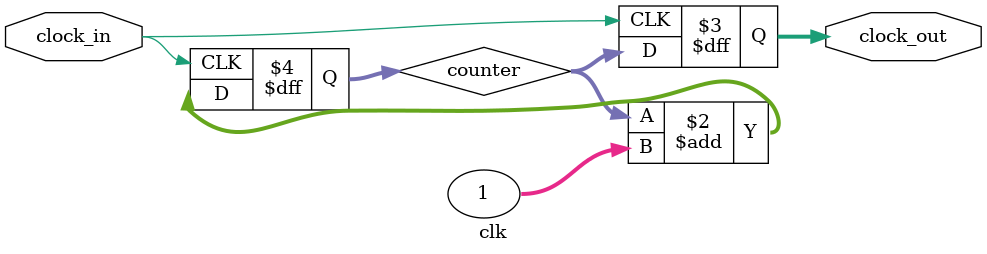
<source format=v>
module clk(input wire clock_in,
			  output reg[31:0] clock_out);
			  reg[31:0] counter;
			  
always @(posedge clock_in)
begin
	counter <= counter + 1;
	clock_out <= counter; 
end
endmodule 
</source>
